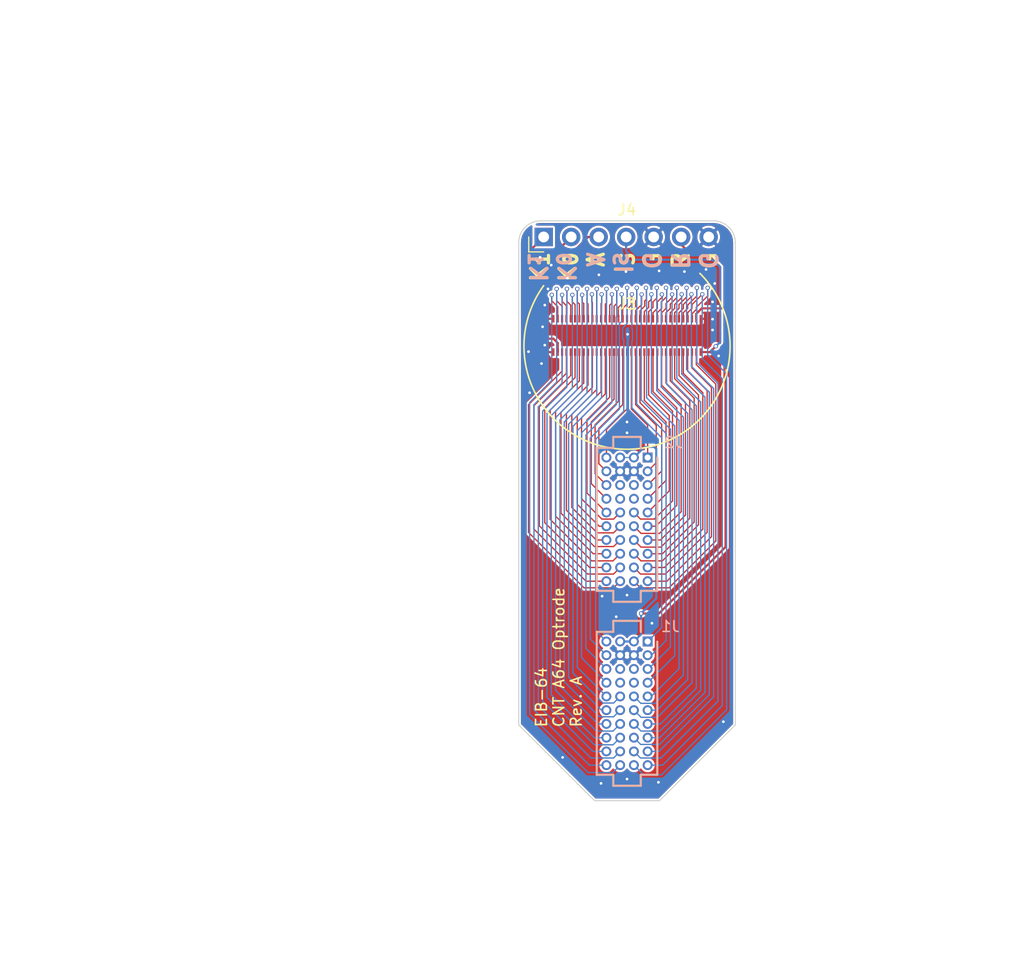
<source format=kicad_pcb>
(kicad_pcb (version 20241229) (generator "pcbnew") (generator_version "9.0")
  (title_block (title "EIB-64: CNT A64 Optrode") (rev "A") (company "Open Ephys, Inc.") (comment 1 "Jonathan P. Newman"))
  (layers (0 "F.Cu" signal) (4 "In1.Cu" signal) (6 "In2.Cu" signal) (2 "B.Cu" signal) (13 "F.Paste" user) (15 "B.Paste" user) (5 "F.SilkS" user "F.Silkscreen") (7 "B.SilkS" user "B.Silkscreen") (1 "F.Mask" user) (3 "B.Mask" user) (25 "Edge.Cuts" user))
  (net 0 "")
  (net 9 "/Istim")
  (net 10 "/Ref")
  (net 11 "/Elec16")
  (net 12 "/Elec0")
  (net 13 "/Elec17")
  (net 14 "/Elec1")
  (net 15 "/Elec18")
  (net 16 "/Elec2")
  (net 17 "/Elec19")
  (net 18 "/Elec3")
  (net 19 "/Elec20")
  (net 20 "/Elec4")
  (net 21 "/Elec21")
  (net 22 "/Elec5")
  (net 23 "/Elec22")
  (net 24 "/Elec6")
  (net 25 "/Elec23")
  (net 26 "/Elec7")
  (net 27 "/Elec24")
  (net 28 "/Elec8")
  (net 29 "/Elec25")
  (net 30 "/Elec9")
  (net 31 "/Elec26")
  (net 32 "/Elec10")
  (net 33 "/Elec27")
  (net 34 "/Elec11")
  (net 35 "/Elec28")
  (net 36 "/Elec12")
  (net 37 "/Elec29")
  (net 38 "/Elec13")
  (net 39 "/Elec30")
  (net 40 "/Elec14")
  (net 41 "/Elec31")
  (net 42 "/Elec15")
  (net 43 "/Elec32")
  (net 44 "/Elec48")
  (net 45 "/Elec33")
  (net 46 "/Elec49")
  (net 47 "/Elec34")
  (net 48 "/Elec50")
  (net 49 "/Elec35")
  (net 50 "/Elec51")
  (net 51 "/Elec36")
  (net 52 "/Elec52")
  (net 53 "/Elec37")
  (net 54 "/Elec53")
  (net 55 "/Elec38")
  (net 56 "/Elec54")
  (net 57 "/Elec39")
  (net 58 "/Elec55")
  (net 59 "/Elec40")
  (net 60 "/Elec56")
  (net 61 "/Elec41")
  (net 62 "/Elec57")
  (net 63 "/Elec42")
  (net 64 "/Elec58")
  (net 65 "/Elec43")
  (net 66 "/Elec59")
  (net 67 "/Elec44")
  (net 68 "/Elec60")
  (net 69 "/Elec45")
  (net 70 "/Elec61")
  (net 71 "/Elec46")
  (net 72 "/Elec62")
  (net 73 "/Elec47")
  (net 74 "/Elec63")
  (net 75 "GND")
  (net 76 "/Vcoax")
  (net 77 "/K0")
  (net 78 "/K1")
  (footprint "LOGO" (layer "F.Cu") (at 143.2 119.5 90)
    (property "Reference" "G***" (hide yes))
    (property "Value" "LOGO" (hide yes))
  )
  (footprint "Connector_PinHeader_2.54mm:PinHeader_1x07_P2.54mm_Vertical" (layer "F.Cu") (at 129.3 77.9 90)
    (property "Reference" "J4")
    (property "Value" "Conn_01x07_Male" (hide yes))
  )
  (footprint "jonnew:HIROSE_DF40C(2.0)-70DS-0.4V(51)" (layer "F.Cu") (at 137 87)
    (property "Reference" "J3")
    (property "Value" "DF40C(2.0)-70DS-0.4V(51)" (hide yes))
  )
  (footprint "jonnew:SAMTEC_FOLC-110-01-S-Q" (layer "B.Cu") (at 137 104 90)
    (property "Reference" "J2")
    (property "Value" "FOLC-110-01-S-Q" (hide yes))
  )
  (footprint "jonnew:SAMTEC_FOLC-110-01-S-Q" (layer "B.Cu") (at 137 121 90)
    (property "Reference" "J1")
    (property "Value" "FOLC-110-01-S-Q")
  )
  (gr_arc (start 143.732385 81.267616) (mid 137.744744 97.491858) (end 129.3 82.4) (stroke (width 0.15)) (layer "F.SilkS"))
  (gr_line (start 147 78.414214) (end 147 123) (stroke (width 0.1)) (layer "Edge.Cuts"))
  (gr_arc (start 145 76.414214) (mid 146.414214 77) (end 147 78.414214) (stroke (width 0.1)) (layer "Edge.Cuts"))
  (gr_arc (start 127 78.414214) (mid 127.585786 77) (end 129 76.414214) (stroke (width 0.1)) (layer "Edge.Cuts"))
  (gr_line (start 127 78.414214) (end 127 123) (stroke (width 0.1)) (layer "Edge.Cuts"))
  (gr_line (start 140 130) (end 134 130) (stroke (width 0.1)) (layer "Edge.Cuts"))
  (gr_line (start 140 130) (end 147 123) (stroke (width 0.1)) (layer "Edge.Cuts"))
  (gr_line (start 129 76.414214) (end 145 76.414214) (stroke (width 0.1)) (layer "Edge.Cuts"))
  (gr_line (start 127 123) (end 134 130) (stroke (width 0.1)) (layer "Edge.Cuts"))
  (gr_text "G" (at 144.6 80.1 90) (layer "F.SilkS") (effects (font (size 1.5 1.5) (thickness 0.3))))
  (gr_text "G" (at 139.366667 80.1 90) (layer "F.SilkS") (effects (font (size 1.5 1.5) (thickness 0.3))))
  (gr_text "I_{S}" (at 136.75 80.308572 90) (layer "F.SilkS") (effects (font (size 1.5 1.5) (thickness 0.3))))
  (gr_text "R" (at 141.983333 80.1 90) (layer "F.SilkS") (effects (font (size 1.5 1.5) (thickness 0.3))))
  (gr_text "K_{0}" (at 131.516667 80.701429 90) (layer "F.SilkS") (effects (font (size 1.5 1.5) (thickness 0.3))))
  (gr_text "EIB-64\nCNT A64 Optrode\nRev. A" (at 130.7 123.3 90) (layer "F.SilkS") (effects (font (size 1 1)) (justify left)))
  (gr_text "K_{1}" (at 128.9 80.701429 90) (layer "F.SilkS") (effects (font (size 1.5 1.5) (thickness 0.3))))
  (gr_text "A" (at 134.133333 79.992857 90) (layer "F.SilkS") (effects (font (size 1.5 1.5) (thickness 0.3))))
  (gr_text "G" (at 139.266667 80.098572 270) (layer "B.SilkS") (effects (font (size 1.5 1.5) (thickness 0.3)) (justify mirror)))
  (gr_text "G" (at 144.5 80.098572 270) (layer "B.SilkS") (effects (font (size 1.5 1.5) (thickness 0.3)) (justify mirror)))
  (gr_text "K_{1}" (at 128.8 80.7 270) (layer "B.SilkS") (effects (font (size 1.5 1.5) (thickness 0.3)) (justify mirror)))
  (gr_text "A" (at 134.033333 79.991429 270) (layer "B.SilkS") (effects (font (size 1.5 1.5) (thickness 0.3)) (justify mirror)))
  (gr_text "K_{0}" (at 131.416667 80.7 270) (layer "B.SilkS") (effects (font (size 1.5 1.5) (thickness 0.3)) (justify mirror)))
  (gr_text "R" (at 141.883333 80.098572 270) (layer "B.SilkS") (effects (font (size 1.5 1.5) (thickness 0.3)) (justify mirror)))
  (gr_text "I_{S}" (at 136.65 80.307143 270) (layer "B.SilkS") (effects (font (size 1.5 1.5) (thickness 0.3)) (justify mirror)))
  (segment (start 144.66 88.54) (end 145.2 88) (width 0.2) (layer "F.Cu") (net 9))
  (segment (start 143.8 88.54) (end 144.66 88.54) (width 0.2) (layer "F.Cu") (net 9))
  (via (at 145.2 88) (size 0.4) (drill 0.25) (layers "F.Cu" "B.Cu") (net 9))
  (segment (start 136.92 77.9) (end 136.92 79.22) (width 0.2) (layer "B.Cu") (net 9))
  (segment (start 144.9 80) (end 145.6 80.7) (width 0.2) (layer "B.Cu") (net 9))
  (segment (start 145.6 87.6) (end 145.2 88) (width 0.2) (layer "B.Cu") (net 9))
  (segment (start 136.92 79.22) (end 137.7 80) (width 0.2) (layer "B.Cu") (net 9))
  (segment (start 137.7 80) (end 144.9 80) (width 0.2) (layer "B.Cu") (net 9))
  (segment (start 145.6 80.7) (end 145.6 87.6) (width 0.2) (layer "B.Cu") (net 9))
  (segment (start 144.8 79.3) (end 142.7 79.3) (width 0.2) (layer "F.Cu") (net 10))
  (segment (start 142.7 79.3) (end 142 78.6) (width 0.2) (layer "F.Cu") (net 10))
  (segment (start 143.9 84.5) (end 144.7 84.5) (width 0.2) (layer "F.Cu") (net 10))
  (segment (start 143.4 85) (end 143.9 84.5) (width 0.2) (layer "F.Cu") (net 10))
  (segment (start 146.1 91) (end 146.1 106.55) (width 0.2) (layer "F.Cu") (net 10))
  (segment (start 146 84.5) (end 146 80.5) (width 0.2) (layer "F.Cu") (net 10))
  (segment (start 146 90.9) (end 146.1 91) (width 0.2) (layer "F.Cu") (net 10))
  (segment (start 143.4 85.46) (end 143.4 85) (width 0.2) (layer "F.Cu") (net 10))
  (segment (start 142 78.6) (end 142 77.9) (width 0.2) (layer "F.Cu") (net 10))
  (segment (start 144.7 84.5) (end 146 84.5) (width 0.2) (layer "F.Cu") (net 10))
  (segment (start 146 86) (end 146 90.9) (width 0.2) (layer "F.Cu") (net 10))
  (segment (start 146.1 106.55) (end 139.95 112.7) (width 0.2) (layer "F.Cu") (net 10))
  (segment (start 146 80.5) (end 144.8 79.3) (width 0.2) (layer "F.Cu") (net 10))
  (segment (start 139.95 112.7) (end 138.3 112.7) (width 0.2) (layer "F.Cu") (net 10))
  (segment (start 146 86) (end 146 84.5) (width 0.2) (layer "F.Cu") (net 10))
  (via (at 138.3 112.7) (size 0.4) (drill 0.25) (layers "F.Cu" "B.Cu") (net 10))
  (segment (start 139.7 111.3) (end 139.7 97.5) (width 0.2) (layer "B.Cu") (net 10))
  (segment (start 138.3 112.7) (end 139.7 111.3) (width 0.2) (layer "B.Cu") (net 10))
  (segment (start 139.7 97.5) (end 139.5 97.3) (width 0.2) (layer "B.Cu") (net 10))
  (segment (start 136.365 115.285) (end 137.635 115.285) (width 0.2) (layer "B.Cu") (net 10))
  (segment (start 138.300479 114.619521) (end 137.635 115.285) (width 0.2) (layer "B.Cu") (net 10))
  (segment (start 139.5 97.3) (end 138.62 97.3) (width 0.2) (layer "B.Cu") (net 10))
  (segment (start 138.62 97.3) (end 137.635 98.285) (width 0.2) (layer "B.Cu") (net 10))
  (segment (start 136.365 98.285) (end 137.635 98.285) (width 0.09) (layer "B.Cu") (net 10))
  (segment (start 138.300479 112.700479) (end 138.3 112.7) (width 0.2) (layer "B.Cu") (net 10))
  (segment (start 138.300479 114.619521) (end 138.300479 112.700479) (width 0.2) (layer "B.Cu") (net 10))
  (segment (start 137.635 104.635) (end 138.295479 105.295479) (width 0.12) (layer "F.Cu") (net 11))
  (segment (start 140.2 91.6) (end 140.2 88.54) (width 0.12) (layer "F.Cu") (net 11))
  (segment (start 142 93.4) (end 140.2 91.6) (width 0.12) (layer "F.Cu") (net 11))
  (segment (start 139.995479 105.295479) (end 142 103.290958) (width 0.12) (layer "F.Cu") (net 11))
  (segment (start 138.295479 105.295479) (end 139.995479 105.295479) (width 0.12) (layer "F.Cu") (net 11))
  (segment (start 142 103.290958) (end 142 93.4) (width 0.12) (layer "F.Cu") (net 11))
  (segment (start 143.4 88.54) (end 143.4 89.7) (width 0.12) (layer "F.Cu") (net 12))
  (segment (start 145.2 106) (end 140.875479 110.324521) (width 0.12) (layer "F.Cu") (net 12))
  (segment (start 145.2 91.5) (end 145.2 106) (width 0.12) (layer "F.Cu") (net 12))
  (segment (start 143.4 89.7) (end 145.2 91.5) (width 0.12) (layer "F.Cu") (net 12))
  (segment (start 140.875479 110.324521) (end 138.244521 110.324521) (width 0.12) (layer "F.Cu") (net 12))
  (segment (start 138.244521 110.324521) (end 137.635 109.715) (width 0.12) (layer "F.Cu") (net 12))
  (segment (start 139.8 85.46) (end 139.8 84.9) (width 0.12) (layer "F.Cu") (net 13))
  (segment (start 140.2 84.5) (end 140.2 83.879123) (width 0.12) (layer "F.Cu") (net 13))
  (segment (start 140.659501 82.659501) (end 140.6 82.6) (width 0.12) (layer "F.Cu") (net 13))
  (segment (start 140.2 83.879123) (end 140.659501 83.419622) (width 0.12) (layer "F.Cu") (net 13))
  (segment (start 140.659501 83.419622) (end 140.659501 82.659501) (width 0.12) (layer "F.Cu") (net 13))
  (segment (start 139.8 84.9) (end 140.2 84.5) (width 0.12) (layer "F.Cu") (net 13))
  (via (at 140.6 82.6) (size 0.4) (drill 0.25) (layers "F.Cu" "B.Cu") (net 13))
  (segment (start 140.659501 83.078259) (end 140.659501 82.659501) (width 0.12) (layer "B.Cu") (net 13))
  (segment (start 140.659501 91.509501) (end 140.659501 83.421741) (width 0.12) (layer "B.Cu") (net 13))
  (segment (start 140.659501 82.659501) (end 140.6 82.6) (width 0.12) (layer "B.Cu") (net 13))
  (segment (start 139.809521 122.295479) (end 143.005 119.1) (width 0.12) (layer "B.Cu") (net 13))
  (segment (start 138.300479 122.295479) (end 139.809521 122.295479) (width 0.12) (layer "B.Cu") (net 13))
  (segment (start 137.64 121.635) (end 138.300479 122.295479) (width 0.12) (layer "B.Cu") (net 13))
  (segment (start 140.661 83.420242) (end 140.661 83.079758) (width 0.12) (layer "B.Cu") (net 13))
  (segment (start 143.005 119.1) (end 143.005 93.855) (width 0.12) (layer "B.Cu") (net 13))
  (segment (start 140.659501 83.421741) (end 140.661 83.420242) (width 0.12) (layer "B.Cu") (net 13))
  (segment (start 143.005 93.855) (end 140.659501 91.509501) (width 0.12) (layer "B.Cu") (net 13))
  (segment (start 140.661 83.079758) (end 140.659501 83.078259) (width 0.12) (layer "B.Cu") (net 13))
  (segment (start 143.4 84.4) (end 143.4 84.6) (width 0.12) (layer "F.Cu") (net 14))
  (segment (start 144.45 83.35) (end 143.4 84.4) (width 0.12) (layer "F.Cu") (net 14))
  (segment (start 144.45 82.6) (end 144.45 83.35) (width 0.12) (layer "F.Cu") (net 14))
  (segment (start 143 85.46) (end 143 85) (width 0.12) (layer "F.Cu") (net 14))
  (segment (start 143 85) (end 143.4 84.6) (width 0.12) (layer "F.Cu") (net 14))
  (via (at 144.45 82.6) (size 0.4) (drill 0.25) (layers "F.Cu" "B.Cu") (net 14))
  (segment (start 138.52 127.6) (end 140.2 127.6) (width 0.12) (layer "B.Cu") (net 14))
  (segment (start 146.2 121.6) (end 146.2 90.55) (width 0.12) (layer "B.Cu") (net 14))
  (segment (start 144.45 88.8) (end 144.45 82.6) (width 0.12) (layer "B.Cu") (net 14))
  (segment (start 137.635 126.715) (end 138.52 127.6) (width 0.12) (layer "B.Cu") (net 14))
  (segment (start 140.2 127.6) (end 146.2 121.6) (width 0.12) (layer "B.Cu") (net 14))
  (segment (start 146.2 90.55) (end 144.45 88.8) (width 0.12) (layer "B.Cu") (net 14))
  (segment (start 139.8 91.9) (end 141.6 93.7) (width 0.12) (layer "F.Cu") (net 15))
  (segment (start 141.6 93.7) (end 141.6 102.7) (width 0.12) (layer "F.Cu") (net 15))
  (segment (start 141.6 102.7) (end 139.665 104.635) (width 0.12) (layer "F.Cu") (net 15))
  (segment (start 139.8 88.54) (end 139.8 91.9) (width 0.12) (layer "F.Cu") (net 15))
  (segment (start 139.665 104.635) (end 138.905 104.635) (width 0.12) (layer "F.Cu") (net 15))
  (segment (start 144.8 91.8) (end 144.8 105.6) (width 0.12) (layer "F.Cu") (net 16))
  (segment (start 144.8 105.6) (end 140.685 109.715) (width 0.12) (layer "F.Cu") (net 16))
  (segment (start 143 90) (end 144.8 91.8) (width 0.12) (layer "F.Cu") (net 16))
  (segment (start 143 88.54) (end 143 90) (width 0.12) (layer "F.Cu") (net 16))
  (segment (start 140.685 109.715) (end 138.905 109.715) (width 0.12) (layer "F.Cu") (net 16))
  (segment (start 139.8 84.5) (end 139.4 84.9) (width 0.12) (layer "F.Cu") (net 17))
  (segment (start 139.8 83.9) (end 139.8 84.5) (width 0.12) (layer "F.Cu") (net 17))
  (segment (start 140.25 83.24) (end 140.25 83.45) (width 0.12) (layer "F.Cu") (net 17))
  (segment (start 140.22 83.21) (end 140.25 83.24) (width 0.12) (layer "F.Cu") (net 17))
  (segment (start 140.25 83.45) (end 139.8 83.9) (width 0.12) (layer "F.Cu") (net 17))
  (segment (start 139.4 84.9) (end 139.4 85.46) (width 0.12) (layer "F.Cu") (net 17))
  (via (at 140.22 83.21) (size 0.4) (drill 0.25) (layers "F.Cu" "B.Cu") (net 17))
  (segment (start 139.77 121.635) (end 138.91 121.635) (width 0.12) (layer "B.Cu") (net 17))
  (segment (start 140.161407 91.761407) (end 142.605 94.205) (width 0.12) (layer "B.Cu") (net 17))
  (segment (start 140.161407 83.911407) (end 140.161407 91.761407) (width 0.12) (layer "B.Cu") (net 17))
  (segment (start 142.605 94.205) (end 142.605 118.8) (width 0.12) (layer "B.Cu") (net 17))
  (segment (start 140.25 83.24) (end 140.25 83.822814) (width 0.12) (layer "B.Cu") (net 17))
  (segment (start 140.25 83.822814) (end 140.161407 83.911407) (width 0.12) (layer "B.Cu") (net 17))
  (segment (start 140.22 83.21) (end 140.25 83.24) (width 0.12) (layer "B.Cu") (net 17))
  (segment (start 142.605 118.8) (end 139.77 121.635) (width 0.12) (layer "B.Cu") (net 17))
  (segment (start 143 84.15) (end 143 84.5) (width 0.12) (layer "F.Cu") (net 18))
  (segment (start 142.6 84.9) (end 143 84.5) (width 0.12) (layer "F.Cu") (net 18))
  (segment (start 142.6 85.46) (end 142.6 84.9) (width 0.12) (layer "F.Cu") (net 18))
  (segment (start 143.95 83.2) (end 143 84.15) (width 0.12) (layer "F.Cu") (net 18))
  (via (at 143.95 83.2) (size 0.4) (drill 0.25) (layers "F.Cu" "B.Cu") (net 18))
  (segment (start 140.285 126.715) (end 145.8 121.2) (width 0.12) (layer "B.Cu") (net 18))
  (segment (start 145.8 91) (end 143.95 89.15) (width 0.12) (layer "B.Cu") (net 18))
  (segment (start 143.95 89.15) (end 143.95 83.2) (width 0.12) (layer "B.Cu") (net 18))
  (segment (start 145.8 121.2) (end 145.8 91) (width 0.12) (layer "B.Cu") (net 18))
  (segment (start 138.905 126.715) (end 140.285 126.715) (width 0.12) (layer "B.Cu") (net 18))
  (segment (start 139.529 103.971) (end 138.241 103.971) (width 0.12) (layer "F.Cu") (net 19))
  (segment (start 141.2 102.3) (end 139.529 103.971) (width 0.12) (layer "F.Cu") (net 19))
  (segment (start 138.241 103.971) (end 137.635 103.365) (width 0.12) (layer "F.Cu") (net 19))
  (segment (start 141.2 94) (end 141.2 102.3) (width 0.12) (layer "F.Cu") (net 19))
  (segment (start 139.4 92.2) (end 141.2 94) (width 0.12) (layer "F.Cu") (net 19))
  (segment (start 139.4 88.54) (end 139.4 92.2) (width 0.12) (layer "F.Cu") (net 19))
  (segment (start 142.6 88.54) (end 142.6 90.3) (width 0.12) (layer "F.Cu") (net 20))
  (segment (start 140.545479 109.054521) (end 144.4 105.2) (width 0.12) (layer "F.Cu") (net 20))
  (segment (start 138.244521 109.054521) (end 140.545479 109.054521) (width 0.12) (layer "F.Cu") (net 20))
  (segment (start 144.4 92.1) (end 144.4 105.2) (width 0.12) (layer "F.Cu") (net 20))
  (segment (start 137.635 108.445) (end 138.244521 109.054521) (width 0.12) (layer "F.Cu") (net 20))
  (segment (start 142.6 90.3) (end 144.4 92.1) (width 0.12) (layer "F.Cu") (net 20))
  (segment (start 139.4 83.9) (end 139.4 84.4) (width 0.12) (layer "F.Cu") (net 21))
  (segment (start 139 84.8) (end 139.4 84.4) (width 0.12) (layer "F.Cu") (net 21))
  (segment (start 139.75 83.55) (end 139.4 83.9) (width 0.12) (layer "F.Cu") (net 21))
  (segment (start 139 85.46) (end 139 84.8) (width 0.12) (layer "F.Cu") (net 21))
  (segment (start 139.75 82.6) (end 139.75 83.55) (width 0.12) (layer "F.Cu") (net 21))
  (via (at 139.75 82.6) (size 0.4) (drill 0.25) (layers "F.Cu" "B.Cu") (net 21))
  (segment (start 139.75 92.1) (end 139.75 82.6) (width 0.12) (layer "B.Cu") (net 21))
  (segment (start 142.205 118.4) (end 142.205 94.555) (width 0.12) (layer "B.Cu") (net 21))
  (segment (start 139.605 121) (end 142.205 118.4) (width 0.12) (layer "B.Cu") (net 21))
  (segment (start 138.275 121) (end 139.605 121) (width 0.12) (layer "B.Cu") (net 21))
  (segment (start 137.64 120.365) (end 138.275 121) (width 0.12) (layer "B.Cu") (net 21))
  (segment (start 142.205 94.555) (end 139.75 92.1) (width 0.12) (layer "B.Cu") (net 21))
  (segment (start 143.45 82.6) (end 143.45 83.35) (width 0.12) (layer "F.Cu") (net 22))
  (segment (start 143.45 83.35) (end 142.6 84.2) (width 0.12) (layer "F.Cu") (net 22))
  (segment (start 142.2 84.9) (end 142.6 84.5) (width 0.12) (layer "F.Cu") (net 22))
  (segment (start 142.6 84.2) (end 142.6 84.5) (width 0.12) (layer "F.Cu") (net 22))
  (segment (start 142.2 85.46) (end 142.2 84.9) (width 0.12) (layer "F.Cu") (net 22))
  (via (at 143.45 82.6) (size 0.4) (drill 0.25) (layers "F.Cu" "B.Cu") (net 22))
  (segment (start 137.635 125.445) (end 138.244521 126.054521) (width 0.12) (layer "B.Cu") (net 22))
  (segment (start 140.145479 126.054521) (end 145.4 120.8) (width 0.12) (layer "B.Cu") (net 22))
  (segment (start 138.244521 126.054521) (end 140.145479 126.054521) (width 0.12) (layer "B.Cu") (net 22))
  (segment (start 145.4 91.45) (end 143.45 89.5) (width 0.12) (layer "B.Cu") (net 22))
  (segment (start 145.4 120.8) (end 145.4 91.45) (width 0.12) (layer "B.Cu") (net 22))
  (segment (start 143.45 89.5) (end 143.45 82.6) (width 0.12) (layer "B.Cu") (net 22))
  (segment (start 139 88.54) (end 139 92.502401) (width 0.12) (layer "F.Cu") (net 23))
  (segment (start 140.9 101.37) (end 138.905 103.365) (width 0.12) (layer "F.Cu") (net 23))
  (segment (start 139 92.502401) (end 140.9 94.402401) (width 0.12) (layer "F.Cu") (net 23))
  (segment (start 140.9 94.402401) (end 140.9 101.37) (width 0.12) (layer "F.Cu") (net 23))
  (segment (start 140.455 108.445) (end 138.905 108.445) (width 0.12) (layer "F.Cu") (net 24))
  (segment (start 142.2 88.54) (end 142.2 90.5) (width 0.12) (layer "F.Cu") (net 24))
  (segment (start 142.2 90.5) (end 144 92.3) (width 0.12) (layer "F.Cu") (net 24))
  (segment (start 144 92.3) (end 144 104.9) (width 0.12) (layer "F.Cu") (net 24))
  (segment (start 144 104.9) (end 140.455 108.445) (width 0.12) (layer "F.Cu") (net 24))
  (segment (start 139 84.4) (end 139 83.9) (width 0.12) (layer "F.Cu") (net 25))
  (segment (start 138.6 84.8) (end 139 84.4) (width 0.12) (layer "F.Cu") (net 25))
  (segment (start 139.25 83.65) (end 139.25 83.2) (width 0.12) (layer "F.Cu") (net 25))
  (segment (start 138.6 85.46) (end 138.6 84.8) (width 0.12) (layer "F.Cu") (net 25))
  (segment (start 139 83.9) (end 139.25 83.65) (width 0.12) (layer "F.Cu") (net 25))
  (via (at 139.25 83.2) (size 0.4) (drill 0.25) (layers "F.Cu" "B.Cu") (net 25))
  (segment (start 139.25 92.3) (end 139.25 83.2) (width 0.12) (layer "B.Cu") (net 25))
  (segment (start 139.24 120.365) (end 141.805 117.8) (width 0.12) (layer "B.Cu") (net 25))
  (segment (start 141.805 117.8) (end 141.805 94.855) (width 0.12) (layer "B.Cu") (net 25))
  (segment (start 141.805 94.855) (end 139.25 92.3) (width 0.12) (layer "B.Cu") (net 25))
  (segment (start 142.95 83.2) (end 142.95 83.4) (width 0.12) (layer "F.Cu") (net 26))
  (segment (start 141.8 84.9) (end 142.2 84.5) (width 0.12) (layer "F.Cu") (net 26))
  (segment (start 142.95 83.4) (end 142.2 84.15) (width 0.12) (layer "F.Cu") (net 26))
  (segment (start 142.2 84.5) (end 142.2 84.15) (width 0.12) (layer "F.Cu") (net 26))
  (segment (start 141.8 85.46) (end 141.8 84.9) (width 0.12) (layer "F.Cu") (net 26))
  (via (at 142.95 83.2) (size 0.4) (drill 0.25) (layers "F.Cu" "B.Cu") (net 26))
  (segment (start 138.905 125.445) (end 139.955 125.445) (width 0.12) (layer "B.Cu") (net 26))
  (segment (start 139.955 125.445) (end 145 120.4) (width 0.12) (layer "B.Cu") (net 26))
  (segment (start 145 120.4) (end 145 91.9) (width 0.12) (layer "B.Cu") (net 26))
  (segment (start 145 91.9) (end 142.95 89.85) (width 0.12) (layer "B.Cu") (net 26))
  (segment (start 142.95 89.85) (end 142.95 83.2) (width 0.12) (layer "B.Cu") (net 26))
  (segment (start 140.6 95) (end 140.6 100.4) (width 0.12) (layer "F.Cu") (net 27))
  (segment (start 138.6 88.54) (end 138.6 93) (width 0.12) (layer "F.Cu") (net 27))
  (segment (start 140.6 100.4) (end 138.905 102.095) (width 0.12) (layer "F.Cu") (net 27))
  (segment (start 138.6 93) (end 140.6 95) (width 0.12) (layer "F.Cu") (net 27))
  (segment (start 137.635 107.175) (end 138.295479 107.835479) (width 0.12) (layer "F.Cu") (net 28))
  (segment (start 141.8 90.7) (end 141.8 88.54) (width 0.12) (layer "F.Cu") (net 28))
  (segment (start 143.6 92.5) (end 141.8 90.7) (width 0.12) (layer "F.Cu") (net 28))
  (segment (start 143.6 104.5) (end 143.6 92.5) (width 0.12) (layer "F.Cu") (net 28))
  (segment (start 138.295479 107.835479) (end 140.264521 107.835479) (width 0.12) (layer "F.Cu") (net 28))
  (segment (start 140.264521 107.835479) (end 143.6 104.5) (width 0.12) (layer "F.Cu") (net 28))
  (segment (start 138.809501 82.659501) (end 138.75 82.6) (width 0.12) (layer "F.Cu") (net 29))
  (segment (start 138.2 84.725) (end 138.2 85.46) (width 0.12) (layer "F.Cu") (net 29))
  (segment (start 138.6425 83.8075) (end 138.6425 84.2825) (width 0.12) (layer "F.Cu") (net 29))
  (segment (start 138.6425 84.2825) (end 138.2 84.725) (width 0.12) (layer "F.Cu") (net 29))
  (segment (start 138.786 83.664) (end 138.6425 83.8075) (width 0.12) (layer "F.Cu") (net 29))
  (segment (start 138.786 82.636) (end 138.786 83.664) (width 0.12) (layer "F.Cu") (net 29))
  (segment (start 138.75 82.6) (end 138.786 82.636) (width 0.12) (layer "F.Cu") (net 29))
  (via (at 138.75 82.6) (size 0.4) (drill 0.25) (layers "F.Cu" "B.Cu") (net 29))
  (segment (start 141.405 116.6) (end 141.405 95.355) (width 0.12) (layer "B.Cu") (net 29))
  (segment (start 138.809501 92.759501) (end 138.809501 82.659501) (width 0.12) (layer "B.Cu") (net 29))
  (segment (start 138.809501 82.659501) (end 138.75 82.6) (width 0.12) (layer "B.Cu") (net 29))
  (segment (start 138.91 119.095) (end 141.405 116.6) (width 0.12) (layer "B.Cu") (net 29))
  (segment (start 141.405 95.355) (end 138.809501 92.759501) (width 0.12) (layer "B.Cu") (net 29))
  (segment (start 141.4 85.46) (end 141.4 84.9) (width 0.12) (layer "F.Cu") (net 30))
  (segment (start 142.5 83.45) (end 141.8 84.15) (width 0.12) (layer "F.Cu") (net 30))
  (segment (start 142.5 82.6) (end 142.5 83.45) (width 0.12) (layer "F.Cu") (net 30))
  (segment (start 141.4 84.9) (end 141.8 84.5) (width 0.12) (layer "F.Cu") (net 30))
  (segment (start 141.8 84.15) (end 141.8 84.5) (width 0.12) (layer "F.Cu") (net 30))
  (via (at 142.5 82.6) (size 0.4) (drill 0.25) (layers "F.Cu" "B.Cu") (net 30))
  (segment (start 140 124.8) (end 144.6 120.2) (width 0.12) (layer "B.Cu") (net 30))
  (segment (start 142.5 90.15) (end 142.5 82.6) (width 0.12) (layer "B.Cu") (net 30))
  (segment (start 144.6 92.25) (end 142.5 90.15) (width 0.12) (layer "B.Cu") (net 30))
  (segment (start 138.26 124.8) (end 140 124.8) (width 0.12) (layer "B.Cu") (net 30))
  (segment (start 137.635 124.175) (end 138.26 124.8) (width 0.12) (layer "B.Cu") (net 30))
  (segment (start 144.6 120.2) (end 144.6 92.25) (width 0.12) (layer "B.Cu") (net 30))
  (segment (start 138.2 88.54) (end 138.2 93.216557) (width 0.12) (layer "F.Cu") (net 31))
  (segment (start 140.2 99.53) (end 138.905 100.825) (width 0.12) (layer "F.Cu") (net 31))
  (segment (start 138.2 93.216557) (end 140.2 95.216557) (width 0.12) (layer "F.Cu") (net 31))
  (segment (start 140.2 95.216557) (end 140.2 99.53) (width 0.12) (layer "F.Cu") (net 31))
  (segment (start 140.275 107.175) (end 143.2 104.25) (width 0.12) (layer "F.Cu") (net 32))
  (segment (start 143.2 92.8) (end 141.4 91) (width 0.12) (layer "F.Cu") (net 32))
  (segment (start 141.4 91) (end 141.4 88.54) (width 0.12) (layer "F.Cu") (net 32))
  (segment (start 138.905 107.175) (end 140.275 107.175) (width 0.12) (layer "F.Cu") (net 32))
  (segment (start 143.2 104.25) (end 143.2 92.8) (width 0.12) (layer "F.Cu") (net 32))
  (segment (start 137.8 84.7) (end 138.35 84.15) (width 0.12) (layer "F.Cu") (net 33))
  (segment (start 138.35 84.15) (end 138.35 83.21) (width 0.12) (layer "F.Cu") (net 33))
  (segment (start 137.8 85.46) (end 137.8 84.7) (width 0.12) (layer "F.Cu") (net 33))
  (via (at 138.35 83.21) (size 0.4) (drill 0.25) (layers "F.Cu" "B.Cu") (net 33))
  (segment (start 138.309538 83.250462) (end 138.35 83.21) (width 0.12) (layer "B.Cu") (net 33))
  (segment (start 138.98 117.825) (end 141.005 115.8) (width 0.12) (layer "B.Cu") (net 33))
  (segment (start 141.005 115.8) (end 141.005 95.655) (width 0.12) (layer "B.Cu") (net 33))
  (segment (start 138.309538 92.959538) (end 138.309538 84.1) (width 0.12) (layer "B.Cu") (net 33))
  (segment (start 138.309538 84.1) (end 138.309538 83.250462) (width 0.12) (layer "B.Cu") (net 33))
  (segment (start 141.005 95.655) (end 138.309538 92.959538) (width 0.12) (layer "B.Cu") (net 33))
  (segment (start 141 84.9) (end 141.4 84.5) (width 0.12) (layer "F.Cu") (net 34))
  (segment (start 141.4 84.15) (end 141.4 84.5) (width 0.12) (layer "F.Cu") (net 34))
  (segment (start 142.05 83.2) (end 142.05 83.5) (width 0.12) (layer "F.Cu") (net 34))
  (segment (start 141 85.46) (end 141 84.9) (width 0.12) (layer "F.Cu") (net 34))
  (segment (start 142.05 83.5) (end 141.4 84.15) (width 0.12) (layer "F.Cu") (net 34))
  (via (at 142.05 83.2) (size 0.4) (drill 0.25) (layers "F.Cu" "B.Cu") (net 34))
  (segment (start 138.905 124.175) (end 140.025 124.175) (width 0.12) (layer "B.Cu") (net 34))
  (segment (start 140.025 124.175) (end 144.2 120) (width 0.12) (layer "B.Cu") (net 34))
  (segment (start 144.2 92.7) (end 142.05 90.55) (width 0.12) (layer "B.Cu") (net 34))
  (segment (start 142.05 90.55) (end 142.05 83.2) (width 0.12) (layer "B.Cu") (net 34))
  (segment (start 144.2 120) (end 144.2 92.7) (width 0.12) (layer "B.Cu") (net 34))
  (segment (start 137.8 88.54) (end 137.8 93.4) (width 0.12) (layer "F.Cu") (net 35))
  (segment (start 139.7 95.3) (end 139.7 98.76) (width 0.12) (layer "F.Cu") (net 35))
  (segment (start 137.8 93.4) (end 139.7 95.3) (width 0.12) (layer "F.Cu") (net 35))
  (segment (start 139.7 98.76) (end 138.905 99.555) (width 0.12) (layer "F.Cu") (net 35))
  (segment (start 142.8 93) (end 141 91.2) (width 0.12) (layer "F.Cu") (net 36))
  (segment (start 137.635 105.905) (end 138.295479 106.565479) (width 0.12) (layer "F.Cu") (net 36))
  (segment (start 138.295479 106.565479) (end 140.134521 106.565479) (width 0.12) (layer "F.Cu") (net 36))
  (segment (start 142.8 103.9) (end 142.8 93) (width 0.12) (layer "F.Cu") (net 36))
  (segment (start 140.134521 106.565479) (end 142.8 103.9) (width 0.12) (layer "F.Cu") (net 36))
  (segment (start 141 91.2) (end 141 88.54) (width 0.12) (layer "F.Cu") (net 36))
  (segment (start 137.9 82.6) (end 137.9 83.7) (width 0.12) (layer "F.Cu") (net 37))
  (segment (start 137.8 83.8) (end 137.8 84.3) (width 0.12) (layer "F.Cu") (net 37))
  (segment (start 137.4 84.7) (end 137.8 84.3) (width 0.12) (layer "F.Cu") (net 37))
  (segment (start 137.4 85.46) (end 137.4 84.7) (width 0.12) (layer "F.Cu") (net 37))
  (segment (start 137.9 83.7) (end 137.8 83.8) (width 0.12) (layer "F.Cu") (net 37))
  (via (at 137.9 82.6) (size 0.4) (drill 0.25) (layers "F.Cu" "B.Cu") (net 37))
  (segment (start 137.9 93.35) (end 137.9 82.6) (width 0.12) (layer "B.Cu") (net 37))
  (segment (start 139.25 116.555) (end 140.605 115.2) (width 0.12) (layer "B.Cu") (net 37))
  (segment (start 140.605 115.2) (end 140.605 96.055) (width 0.12) (layer "B.Cu") (net 37))
  (segment (start 140.605 96.055) (end 137.9 93.35) (width 0.12) (layer "B.Cu") (net 37))
  (segment (start 141 84.1) (end 141 84.5) (width 0.12) (layer "F.Cu") (net 38))
  (segment (start 141.6 82.6) (end 141.6 83.5) (width 0.12) (layer "F.Cu") (net 38))
  (segment (start 141.6 83.5) (end 141 84.1) (width 0.12) (layer "F.Cu") (net 38))
  (segment (start 140.6 85.46) (end 140.6 84.9) (width 0.12) (layer "F.Cu") (net 38))
  (segment (start 140.6 84.9) (end 141 84.5) (width 0.12) (layer "F.Cu") (net 38))
  (via (at 141.6 82.6) (size 0.4) (drill 0.25) (layers "F.Cu" "B.Cu") (net 38))
  (segment (start 141.6 90.95) (end 141.6 82.6) (width 0.12) (layer "B.Cu") (net 38))
  (segment (start 138.295479 123.565479) (end 140.034521 123.565479) (width 0.12) (layer "B.Cu") (net 38))
  (segment (start 143.8 119.8) (end 143.8 93.15) (width 0.12) (layer "B.Cu") (net 38))
  (segment (start 143.8 93.15) (end 141.6 90.95) (width 0.12) (layer "B.Cu") (net 38))
  (segment (start 137.635 122.905) (end 138.295479 123.565479) (width 0.12) (layer "B.Cu") (net 38))
  (segment (start 140.034521 123.565479) (end 143.8 119.8) (width 0.12) (layer "B.Cu") (net 38))
  (segment (start 137.4 93.8) (end 137.4 88.54) (width 0.12) (layer "F.Cu") (net 39))
  (segment (start 138.905 95.305) (end 137.4 93.8) (width 0.12) (layer "F.Cu") (net 39))
  (segment (start 138.905 98.285) (end 138.905 95.305) (width 0.12) (layer "F.Cu") (net 39))
  (segment (start 138.905 105.905) (end 140.095 105.905) (width 0.12) (layer "F.Cu") (net 40))
  (segment (start 140.6 91.4) (end 140.6 88.54) (width 0.12) (layer "F.Cu") (net 40))
  (segment (start 142.4 103.6) (end 142.4 93.2) (width 0.12) (layer "F.Cu") (net 40))
  (segment (start 140.095 105.905) (end 142.4 103.6) (width 0.12) (layer "F.Cu") (net 40))
  (segment (start 142.4 93.2) (end 140.6 91.4) (width 0.12) (layer "F.Cu") (net 40))
  (segment (start 137 85.46) (end 137 84.6) (width 0.12) (layer "F.Cu") (net 41))
  (segment (start 137.45 83.2) (end 137.4 83.25) (width 0.12) (layer "F.Cu") (net 41))
  (segment (start 137 84.6) (end 137.4 84.2) (width 0.12) (layer "F.Cu") (net 41))
  (segment (start 137.4 83.25) (end 137.4 84.2) (width 0.12) (layer "F.Cu") (net 41))
  (via (at 137.45 83.2) (size 0.4) (drill 0.25) (layers "F.Cu" "B.Cu") (net 41))
  (segment (start 137.507 87.441) (end 137.45 87.498) (width 0.12) (layer "B.Cu") (net 41))
  (segment (start 140.205 96.455) (end 140.205 113.995) (width 0.12) (layer "B.Cu") (net 41))
  (segment (start 137.45 86.398) (end 137.507 86.455) (width 0.12) (layer "B.Cu") (net 41))
  (segment (start 137.45 93.7) (end 140.205 96.455) (width 0.12) (layer "B.Cu") (net 41))
  (segment (start 137.45 87.498) (end 137.45 93.7) (width 0.12) (layer "B.Cu") (net 41))
  (segment (start 137.45 83.2) (end 137.45 86.398) (width 0.12) (layer "B.Cu") (net 41))
  (segment (start 137.507 86.455) (end 137.507 87.441) (width 0.12) (layer "B.Cu") (net 41))
  (segment (start 140.205 113.995) (end 138.915 115.285) (width 0.12) (layer "B.Cu") (net 41))
  (segment (start 140.2 84.9) (end 140.6 84.5) (width 0.12) (layer "F.Cu") (net 42))
  (segment (start 140.6 84.5) (end 140.6 84.05) (width 0.12) (layer "F.Cu") (net 42))
  (segment (start 140.2 85.46) (end 140.2 84.9) (width 0.12) (layer "F.Cu") (net 42))
  (segment (start 141.16 83.49) (end 141.16 83.21) (width 0.12) (layer "F.Cu") (net 42))
  (segment (start 140.6 84.05) (end 141.16 83.49) (width 0.12) (layer "F.Cu") (net 42))
  (via (at 141.16 83.21) (size 0.4) (drill 0.25) (layers "F.Cu" "B.Cu") (net 42))
  (segment (start 141.16 91.26) (end 141.16 83.21) (width 0.12) (layer "B.Cu") (net 42))
  (segment (start 143.4 93.5) (end 141.16 91.26) (width 0.12) (layer "B.Cu") (net 42))
  (segment (start 143.4 119.6) (end 143.4 93.5) (width 0.12) (layer "B.Cu") (net 42))
  (segment (start 138.905 122.905) (end 140.095 122.905) (width 0.12) (layer "B.Cu") (net 42))
  (segment (start 140.095 122.905) (end 143.4 119.6) (width 0.12) (layer "B.Cu") (net 42))
  (segment (start 137 93.79) (end 137 88.54) (width 0.12) (layer "F.Cu") (net 43))
  (segment (start 135.1 98.295) (end 135.1 95.69) (width 0.12) (layer "F.Cu") (net 43))
  (segment (start 135.1 95.69) (end 137 93.79) (width 0.12) (layer "F.Cu") (net 43))
  (segment (start 133.8 91.8) (end 131.4 94.2) (width 0.12) (layer "F.Cu") (net 44))
  (segment (start 133.8 88.54) (end 133.8 91.8) (width 0.12) (layer "F.Cu") (net 44))
  (segment (start 134.155 105.905) (end 135.095 105.905) (width 0.12) (layer "F.Cu") (net 44))
  (segment (start 131.4 103.15) (end 134.155 105.905) (width 0.12) (layer "F.Cu") (net 44))
  (segment (start 131.4 94.2) (end 131.4 103.15) (width 0.12) (layer "F.Cu") (net 44))
  (segment (start 136.6 84.505) (end 137.005 84.1) (width 0.12) (layer "F.Cu") (net 45))
  (segment (start 137.005 82.6) (end 137.005 84.1) (width 0.12) (layer "F.Cu") (net 45))
  (segment (start 136.6 85.46) (end 136.6 84.505) (width 0.12) (layer "F.Cu") (net 45))
  (via (at 137.005 82.6) (size 0.4) (drill 0.25) (layers "F.Cu" "B.Cu") (net 45))
  (segment (start 136.590499 86.309501) (end 137.005 85.895) (width 0.12) (layer "B.Cu") (net 45))
  (segment (start 136.7 94.003706) (end 136.7 87.4) (width 0.12) (layer "B.Cu") (net 45))
  (segment (start 135.1 115.285) (end 134.105 114.29) (width 0.12) (layer "B.Cu") (net 45))
  (segment (start 134.105 114.29) (end 134.105 96.598707) (width 0.12) (layer "B.Cu") (net 45))
  (segment (start 137.005 85.895) (end 137.005 82.6) (width 0.12) (layer "B.Cu") (net 45))
  (segment (start 136.7 87.4) (end 136.590499 87.290499) (width 0.12) (layer "B.Cu") (net 45))
  (segment (start 136.590499 87.290499) (end 136.590499 86.309501) (width 0.12) (layer "B.Cu") (net 45))
  (segment (start 134.105 96.598707) (end 136.7 94.003706) (width 0.12) (layer "B.Cu") (net 45))
  (segment (start 133.305 82.7) (end 133.305 84.005) (width 0.12) (layer "F.Cu") (net 46))
  (segment (start 133.4 85.46) (end 133.4 84.1) (width 0.12) (layer "F.Cu") (net 46))
  (segment (start 133.4 84.1) (end 133.305 84.005) (width 0.12) (layer "F.Cu") (net 46))
  (via (at 133.305 82.7) (size 0.4) (drill 0.25) (layers "F.Cu" "B.Cu") (net 46))
  (segment (start 134.31 122.905) (end 135.1 122.905) (width 0.12) (layer "B.Cu") (net 46))
  (segment (start 130.805 119.4) (end 134.31 122.905) (width 0.12) (layer "B.Cu") (net 46))
  (segment (start 133.305 82.7) (end 133.305 92.3) (width 0.12) (layer "B.Cu") (net 46))
  (segment (start 133.305 92.3) (end 130.805 94.8) (width 0.12) (layer "B.Cu") (net 46))
  (segment (start 130.805 94.8) (end 130.805 119.4) (width 0.12) (layer "B.Cu") (net 46))
  (segment (start 136.6 88.54) (end 136.6 93.4) (width 0.12) (layer "F.Cu") (net 47))
  (segment (start 136.6 93.4) (end 134.4 95.6) (width 0.12) (layer "F.Cu") (net 47))
  (segment (start 134.4 98.86) (end 135.095 99.555) (width 0.12) (layer "F.Cu") (net 47))
  (segment (start 134.4 95.6) (end 134.4 98.86) (width 0.12) (layer "F.Cu") (net 47))
  (segment (start 130.9 103.429042) (end 130.9 94.1) (width 0.12) (layer "F.Cu") (net 48))
  (segment (start 136.365 105.905) (end 135.755479 106.514521) (width 0.12) (layer "F.Cu") (net 48))
  (segment (start 130.9 94.1) (end 133.4 91.6) (width 0.12) (layer "F.Cu") (net 48))
  (segment (start 133.4 91.6) (end 133.4 88.54) (width 0.12) (layer "F.Cu") (net 48))
  (segment (start 133.985479 106.514521) (end 130.9 103.429042) (width 0.12) (layer "F.Cu") (net 48))
  (segment (start 135.755479 106.514521) (end 133.985479 106.514521) (width 0.12) (layer "F.Cu") (net 48))
  (segment (start 136.2 85.46) (end 136.2 84.405) (width 0.12) (layer "F.Cu") (net 49))
  (segment (start 136.2 84.405) (end 136.505 84.1) (width 0.12) (layer "F.Cu") (net 49))
  (segment (start 136.505 83.2) (end 136.505 84.1) (width 0.12) (layer "F.Cu") (net 49))
  (via (at 136.505 83.2) (size 0.4) (drill 0.25) (layers "F.Cu" "B.Cu") (net 49))
  (segment (start 136.3 85.9) (end 136.3 93.8) (width 0.12) (layer "B.Cu") (net 49))
  (segment (start 136.505 83.2) (end 136.505 85.695) (width 0.12) (layer "B.Cu") (net 49))
  (segment (start 133.605 96.495) (end 133.605 115.06) (width 0.12) (layer "B.Cu") (net 49))
  (segment (start 133.605 115.06) (end 135.1 116.555) (width 0.12) (layer "B.Cu") (net 49))
  (segment (start 136.505 85.695) (end 136.3 85.9) (width 0.12) (layer "B.Cu") (net 49))
  (segment (start 136.3 93.8) (end 133.605 96.495) (width 0.12) (layer "B.Cu") (net 49))
  (segment (start 133 85.46) (end 133 84.05) (width 0.12) (layer "F.Cu") (net 50))
  (segment (start 132.85 83.25) (end 132.85 83.9) (width 0.12) (layer "F.Cu") (net 50))
  (segment (start 133 84.05) (end 132.85 83.9) (width 0.12) (layer "F.Cu") (net 50))
  (via (at 132.85 83.25) (size 0.4) (drill 0.25) (layers "F.Cu" "B.Cu") (net 50))
  (segment (start 130.405 119.8) (end 134.170479 123.565479) (width 0.12) (layer "B.Cu") (net 50))
  (segment (start 132.85 92.155) (end 130.405 94.6) (width 0.12) (layer "B.Cu") (net 50))
  (segment (start 132.85 83.25) (end 132.85 92.155) (width 0.12) (layer "B.Cu") (net 50))
  (segment (start 130.405 94.6) (end 130.405 119.8) (width 0.12) (layer "B.Cu") (net 50))
  (segment (start 134.170479 123.565479) (end 135.709521 123.565479) (width 0.12) (layer "B.Cu") (net 50))
  (segment (start 135.709521 123.565479) (end 136.37 122.905) (width 0.12) (layer "B.Cu") (net 50))
  (segment (start 136.2 93.1) (end 136.2 88.54) (width 0.12) (layer "F.Cu") (net 51))
  (segment (start 134.05 95.25) (end 136.2 93.1) (width 0.12) (layer "F.Cu") (net 51))
  (segment (start 134.05 99.78) (end 134.05 95.25) (width 0.12) (layer "F.Cu") (net 51))
  (segment (start 135.095 100.825) (end 134.05 99.78) (width 0.12) (layer "F.Cu") (net 51))
  (segment (start 130.4 103.7) (end 130.4 94) (width 0.12) (layer "F.Cu") (net 52))
  (segment (start 133.875 107.175) (end 130.4 103.7) (width 0.12) (layer "F.Cu") (net 52))
  (segment (start 135.095 107.175) (end 133.875 107.175) (width 0.12) (layer "F.Cu") (net 52))
  (segment (start 133 91.4) (end 133 88.54) (width 0.12) (layer "F.Cu") (net 52))
  (segment (start 130.4 94) (end 133 91.4) (width 0.12) (layer "F.Cu") (net 52))
  (segment (start 136.055 82.7) (end 136.055 84.045) (width 0.12) (layer "F.Cu") (net 53))
  (segment (start 136.055 84.045) (end 135.8 84.3) (width 0.12) (layer "F.Cu") (net 53))
  (segment (start 135.8 84.3) (end 135.8 85.46) (width 0.12) (layer "F.Cu") (net 53))
  (via (at 136.055 82.7) (size 0.4) (drill 0.25) (layers "F.Cu" "B.Cu") (net 53))
  (segment (start 136 85.3) (end 136.055 85.245) (width 0.12) (layer "B.Cu") (net 53))
  (segment (start 133.205 115.93) (end 133.205 96.195) (width 0.12) (layer "B.Cu") (net 53))
  (segment (start 133.205 96.195) (end 136 93.4) (width 0.12) (layer "B.Cu") (net 53))
  (segment (start 136 93.4) (end 136 85.3) (width 0.12) (layer "B.Cu") (net 53))
  (segment (start 135.1 117.825) (end 133.205 115.93) (width 0.12) (layer "B.Cu") (net 53))
  (segment (start 136.055 85.245) (end 136.055 82.7) (width 0.12) (layer "B.Cu") (net 53))
  (segment (start 132.6 84.1) (end 132.6 85.46) (width 0.12) (layer "F.Cu") (net 54))
  (segment (start 132.4 83.9) (end 132.6 84.1) (width 0.12) (layer "F.Cu") (net 54))
  (segment (start 132.4 82.7) (end 132.4 83.9) (width 0.12) (layer "F.Cu") (net 54))
  (via (at 132.4 82.7) (size 0.4) (drill 0.25) (layers "F.Cu" "B.Cu") (net 54))
  (segment (start 130.005 94.4) (end 132.4 92.005) (width 0.12) (layer "B.Cu") (net 54))
  (segment (start 133.98 124.175) (end 130.005 120.2) (width 0.12) (layer "B.Cu") (net 54))
  (segment (start 132.4 92.005) (end 132.4 82.7) (width 0.12) (layer "B.Cu") (net 54))
  (segment (start 135.1 124.175) (end 133.98 124.175) (width 0.12) (layer "B.Cu") (net 54))
  (segment (start 130.005 120.2) (end 130.005 94.4) (width 0.12) (layer "B.Cu") (net 54))
  (segment (start 133.7 100.7) (end 135.095 102.095) (width 0.12) (layer "F.Cu") (net 55))
  (segment (start 135.8 92.9) (end 133.7 95) (width 0.12) (layer "F.Cu") (net 55))
  (segment (start 133.7 95) (end 133.7 100.7) (width 0.12) (layer "F.Cu") (net 55))
  (segment (start 135.8 88.54) (end 135.8 92.9) (width 0.12) (layer "F.Cu") (net 55))
  (segment (start 129.9 104) (end 129.9 93.9) (width 0.12) (layer "F.Cu") (net 56))
  (segment (start 133.735479 107.835479) (end 129.9 104) (width 0.12) (layer "F.Cu") (net 56))
  (segment (start 132.6 91.2) (end 132.6 88.54) (width 0.12) (layer "F.Cu") (net 56))
  (segment (start 129.9 93.9) (end 132.6 91.2) (width 0.12) (layer "F.Cu") (net 56))
  (segment (start 135.704521 107.835479) (end 133.735479 107.835479) (width 0.12) (layer "F.Cu") (net 56))
  (segment (start 136.365 107.175) (end 135.704521 107.835479) (width 0.12) (layer "F.Cu") (net 56))
  (segment (start 135.4 84.205) (end 135.4 85.46) (width 0.12) (layer "F.Cu") (net 57))
  (segment (start 135.605 84) (end 135.4 84.205) (width 0.12) (layer "F.Cu") (net 57))
  (segment (start 135.605 83.2) (end 135.605 84) (width 0.12) (layer "F.Cu") (net 57))
  (via (at 135.605 83.2) (size 0.4) (drill 0.25) (layers "F.Cu" "B.Cu") (net 57))
  (segment (start 135.605 93.2) (end 132.805 96) (width 0.12) (layer "B.Cu") (net 57))
  (segment (start 135.605 83.2) (end 135.605 93.2) (width 0.12) (layer "B.Cu") (net 57))
  (segment (start 132.805 116.8) (end 135.1 119.095) (width 0.12) (layer "B.Cu") (net 57))
  (segment (start 132.805 96) (end 132.805 116.8) (width 0.12) (layer "B.Cu") (net 57))
  (segment (start 131.95 83.9) (end 132.2 84.15) (width 0.12) (layer "F.Cu") (net 58))
  (segment (start 131.95 83.25) (end 131.95 83.9) (width 0.12) (layer "F.Cu") (net 58))
  (segment (start 132.2 84.15) (end 132.2 85.46) (width 0.12) (layer "F.Cu") (net 58))
  (via (at 131.95 83.25) (size 0.4) (drill 0.25) (layers "F.Cu" "B.Cu") (net 58))
  (segment (start 135.709521 124.835479) (end 136.37 124.175) (width 0.12) (layer "B.Cu") (net 58))
  (segment (start 133.990479 124.835479) (end 135.709521 124.835479) (width 0.12) (layer "B.Cu") (net 58))
  (segment (start 129.605 94.2) (end 129.605 120.45) (width 0.12) (layer "B.Cu") (net 58))
  (segment (start 131.95 91.855) (end 129.605 94.2) (width 0.12) (layer "B.Cu") (net 58))
  (segment (start 129.605 120.45) (end 133.990479 124.835479) (width 0.12) (layer "B.Cu") (net 58))
  (segment (start 131.95 83.25) (end 131.95 91.855) (width 0.12) (layer "B.Cu") (net 58))
  (segment (start 135.4 92.7) (end 133.3 94.8) (width 0.12) (layer "F.Cu") (net 59))
  (segment (start 133.3 94.8) (end 133.3 101.57) (width 0.12) (layer "F.Cu") (net 59))
  (segment (start 135.4 88.54) (end 135.4 92.7) (width 0.12) (layer "F.Cu") (net 59))
  (segment (start 133.3 101.57) (end 135.095 103.365) (width 0.12) (layer "F.Cu") (net 59))
  (segment (start 133.545 108.445) (end 135.095 108.445) (width 0.12) (layer "F.Cu") (net 60))
  (segment (start 132.2 88.54) (end 132.2 90.9) (width 0.12) (layer "F.Cu") (net 60))
  (segment (start 129.4 104.3) (end 133.545 108.445) (width 0.12) (layer "F.Cu") (net 60))
  (segment (start 132.2 90.9) (end 129.4 93.7) (width 0.12) (layer "F.Cu") (net 60))
  (segment (start 129.4 93.7) (end 129.4 104.3) (width 0.12) (layer "F.Cu") (net 60))
  (segment (start 135.105 84.005) (end 135 84.11) (width 0.12) (layer "F.Cu") (net 61))
  (segment (start 135.105 82.7) (end 135.105 84.005) (width 0.12) (layer "F.Cu") (net 61))
  (segment (start 135 84.11) (end 135 85.46) (width 0.12) (layer "F.Cu") (net 61))
  (via (at 135.105 82.7) (size 0.4) (drill 0.25) (layers "F.Cu" "B.Cu") (net 61))
  (segment (start 135.1 120.365) (end 132.405 117.67) (width 0.12) (layer "B.Cu") (net 61))
  (segment (start 132.405 95.8) (end 135.105 93.1) (width 0.12) (layer "B.Cu") (net 61))
  (segment (start 135.105 93.1) (end 135.105 82.7) (width 0.12) (layer "B.Cu") (net 61))
  (segment (start 132.405 117.67) (end 132.405 95.8) (width 0.12) (layer "B.Cu") (net 61))
  (segment (start 131.8 84.2) (end 131.8 85.46) (width 0.12) (layer "F.Cu") (net 62))
  (segment (start 131.45 82.7) (end 131.45 83.85) (width 0.12) (layer "F.Cu") (net 62))
  (segment (start 131.45 83.85) (end 131.8 84.2) (width 0.12) (layer "F.Cu") (net 62))
  (via (at 131.45 82.7) (size 0.4) (drill 0.25) (layers "F.Cu" "B.Cu") (net 62))
  (segment (start 133.85 125.445) (end 129.205 120.8) (width 0.12) (layer "B.Cu") (net 62))
  (segment (start 129.205 120.8) (end 129.205 94) (width 0.12) (layer "B.Cu") (net 62))
  (segment (start 135.1 125.445) (end 133.85 125.445) (width 0.12) (layer "B.Cu") (net 62))
  (segment (start 129.205 94) (end 131.45 91.755) (width 0.12) (layer "B.Cu") (net 62))
  (segment (start 131.45 91.755) (end 131.45 82.7) (width 0.12) (layer "B.Cu") (net 62))
  (segment (start 132.8 94.6) (end 132.8 102.1) (width 0.12) (layer "F.Cu") (net 63))
  (segment (start 134.674521 103.974521) (end 135.755479 103.974521) (width 0.12) (layer "F.Cu") (net 63))
  (segment (start 135 92.4) (end 132.8 94.6) (width 0.12) (layer "F.Cu") (net 63))
  (segment (start 135 88.54) (end 135 92.4) (width 0.12) (layer "F.Cu") (net 63))
  (segment (start 135.755479 103.974521) (end 136.365 103.365) (width 0.12) (layer "F.Cu") (net 63))
  (segment (start 132.8 102.1) (end 134.674521 103.974521) (width 0.12) (layer "F.Cu") (net 63))
  (segment (start 128.9 93.6) (end 131.8 90.7) (width 0.12) (layer "F.Cu") (net 64))
  (segment (start 128.9 104.6) (end 128.9 93.6) (width 0.12) (layer "F.Cu") (net 64))
  (segment (start 136.365 108.445) (end 135.755479 109.054521) (width 0.12) (layer "F.Cu") (net 64))
  (segment (start 133.354521 109.054521) (end 128.9 104.6) (width 0.12) (layer "F.Cu") (net 64))
  (segment (start 131.8 90.7) (end 131.8 88.54) (width 0.12) (layer "F.Cu") (net 64))
  (segment (start 135.755479 109.054521) (end 133.354521 109.054521) (width 0.12) (layer "F.Cu") (net 64))
  (segment (start 134.6 84.06) (end 134.655 84.005) (width 0.12) (layer "F.Cu") (net 65))
  (segment (start 134.6 85.46) (end 134.6 84.06) (width 0.12) (layer "F.Cu") (net 65))
  (segment (start 134.655 83.2) (end 134.655 84.005) (width 0.12) (layer "F.Cu") (net 65))
  (via (at 134.655 83.2) (size 0.4) (drill 0.25) (layers "F.Cu" "B.Cu") (net 65))
  (segment (start 134.655 84.345) (end 134.655 83.2) (width 0.12) (layer "B.Cu") (net 65))
  (segment (start 132.005 118.2) (end 132.005 95.4) (width 0.12) (layer "B.Cu") (net 65))
  (segment (start 136.37 120.365) (end 135.760479 120.974521) (width 0.12) (layer "B.Cu") (net 65))
  (segment (start 134.779521 120.974521) (end 132.005 118.2) (width 0.12) (layer "B.Cu") (net 65))
  (segment (start 134.65 92.755) (end 134.65 84.35) (width 0.12) (layer "B.Cu") (net 65))
  (segment (start 132.005 95.4) (end 134.65 92.755) (width 0.12) (layer "B.Cu") (net 65))
  (segment (start 134.65 84.35) (end 134.655 84.345) (width 0.12) (layer "B.Cu") (net 65))
  (segment (start 135.760479 120.974521) (end 134.779521 120.974521) (width 0.12) (layer "B.Cu") (net 65))
  (segment (start 131 83.85) (end 131.4 84.25) (width 0.12) (layer "F.Cu") (net 66))
  (segment (start 131 83.25) (end 131 83.85) (width 0.12) (layer "F.Cu") (net 66))
  (segment (start 131.4 84.25) (end 131.4 85.46) (width 0.12) (layer "F.Cu") (net 66))
  (via (at 131 83.25) (size 0.4) (drill 0.25) (layers "F.Cu" "B.Cu") (net 66))
  (segment (start 131 83.25) (end 131 91.405) (width 0.12) (layer "B.Cu") (net 66))
  (segment (start 133.659521 126.054521) (end 135.760479 126.054521) (width 0.12) (layer "B.Cu") (net 66))
  (segment (start 128.805 93.6) (end 128.805 121.2) (width 0.12) (layer "B.Cu") (net 66))
  (segment (start 131 91.405) (end 128.805 93.6) (width 0.12) (layer "B.Cu") (net 66))
  (segment (start 128.805 121.2) (end 133.659521 126.054521) (width 0.12) (layer "B.Cu") (net 66))
  (segment (start 135.760479 126.054521) (end 136.37 125.445) (width 0.12) (layer "B.Cu") (net 66))
  (segment (start 134.435 104.635) (end 135.095 104.635) (width 0.12) (layer "F.Cu") (net 67))
  (segment (start 134.6 92.2) (end 132.4 94.4) (width 0.12) (layer "F.Cu") (net 67))
  (segment (start 132.4 94.4) (end 132.4 102.6) (width 0.12) (layer "F.Cu") (net 67))
  (segment (start 134.6 88.54) (end 134.6 92.2) (width 0.12) (layer "F.Cu") (net 67))
  (segment (start 132.4 102.6) (end 134.435 104.635) (width 0.12) (layer "F.Cu") (net 67))
  (segment (start 133.215 109.715) (end 128.4 104.9) (width 0.12) (layer "F.Cu") (net 68))
  (segment (start 135.095 109.715) (end 133.215 109.715) (width 0.12) (layer "F.Cu") (net 68))
  (segment (start 128.4 104.9) (end 128.4 93.5) (width 0.12) (layer "F.Cu") (net 68))
  (segment (start 128.4 93.5) (end 131.4 90.5) (width 0.12) (layer "F.Cu") (net 68))
  (segment (start 131.4 90.5) (end 131.4 88.54) (width 0.12) (layer "F.Cu") (net 68))
  (segment (start 134.205 82.7) (end 134.205 83.955) (width 0.12) (layer "F.Cu") (net 69))
  (segment (start 134.2 85.46) (end 134.2 83.96) (width 0.12) (layer "F.Cu") (net 69))
  (segment (start 134.2 83.96) (end 134.205 83.955) (width 0.12) (layer "F.Cu") (net 69))
  (via (at 134.205 82.7) (size 0.4) (drill 0.25) (layers "F.Cu" "B.Cu") (net 69))
  (segment (start 135.1 121.635) (end 134.64 121.635) (width 0.12) (layer "B.Cu") (net 69))
  (segment (start 131.605 95.2) (end 134.205 92.6) (width 0.12) (layer "B.Cu") (net 69))
  (segment (start 134.64 121.635) (end 131.605 118.6) (width 0.12) (layer "B.Cu") (net 69))
  (segment (start 134.205 92.6) (end 134.205 82.7) (width 0.12) (layer "B.Cu") (net 69))
  (segment (start 131.605 118.6) (end 131.605 95.2) (width 0.12) (layer "B.Cu") (net 69))
  (segment (start 130.5 83.8) (end 131 84.3) (width 0.12) (layer "F.Cu") (net 70))
  (segment (start 131 84.3) (end 131 85.46) (width 0.12) (layer "F.Cu") (net 70))
  (segment (start 130.5 82.7) (end 130.5 83.8) (width 0.12) (layer "F.Cu") (net 70))
  (via (at 130.5 82.7) (size 0.4) (drill 0.25) (layers "F.Cu" "B.Cu") (net 70))
  (segment (start 128.405 93.4) (end 130.5 91.305) (width 0.12) (layer "B.Cu") (net 70))
  (segment (start 135.1 126.715) (end 133.52 126.715) (width 0.12) (layer "B.Cu") (net 70))
  (segment (start 133.52 126.715) (end 128.405 121.6) (width 0.12) (layer "B.Cu") (net 70))
  (segment (start 128.405 121.6) (end 128.405 93.4) (width 0.12) (layer "B.Cu") (net 70))
  (segment (start 130.5 91.305) (end 130.5 82.7) (width 0.12) (layer "B.Cu") (net 70))
  (segment (start 134.244521 105.244521) (end 135.755479 105.244521) (width 0.12) (layer "F.Cu") (net 71))
  (segment (start 131.9 94.3) (end 131.9 102.9) (width 0.12) (layer "F.Cu") (net 71))
  (segment (start 131.9 102.9) (end 134.244521 105.244521) (width 0.12) (layer "F.Cu") (net 71))
  (segment (start 135.755479 105.244521) (end 136.365 104.635) (width 0.12) (layer "F.Cu") (net 71))
  (segment (start 134.2 88.54) (end 134.2 92) (width 0.12) (layer "F.Cu") (net 71))
  (segment (start 134.2 92) (end 131.9 94.3) (width 0.12) (layer "F.Cu") (net 71))
  (segment (start 127.9 93.4) (end 131 90.3) (width 0.12) (layer "F.Cu") (net 72))
  (segment (start 131 90.3) (end 131 88.54) (width 0.12) (layer "F.Cu") (net 72))
  (segment (start 136.365 109.715) (end 135.755479 110.324521) (width 0.12) (layer "F.Cu") (net 72))
  (segment (start 127.9 105.2) (end 127.9 93.4) (width 0.12) (layer "F.Cu") (net 72))
  (segment (start 135.755479 110.324521) (end 133.024521 110.324521) (width 0.12) (layer "F.Cu") (net 72))
  (segment (start 133.024521 110.324521) (end 127.9 105.2) (width 0.12) (layer "F.Cu") (net 72))
  (segment (start 133.8 83.95) (end 133.755 83.905) (width 0.12) (layer "F.Cu") (net 73))
  (segment (start 133.8 85.46) (end 133.8 83.95) (width 0.12) (layer "F.Cu") (net 73))
  (segment (start 133.755 83.2) (end 133.755 83.905) (width 0.12) (layer "F.Cu") (net 73))
  (via (at 133.755 83.2) (size 0.4) (drill 0.25) (layers "F.Cu" "B.Cu") (net 73))
  (segment (start 131.205 119) (end 131.205 95) (width 0.12) (layer "B.Cu") (net 73))
  (segment (start 134.449521 122.244521) (end 131.205 119) (width 0.12) (layer "B.Cu") (net 73))
  (segment (start 135.760479 122.244521) (end 134.449521 122.244521) (width 0.12) (layer "B.Cu") (net 73))
  (segment (start 136.37 121.635) (end 135.760479 122.244521) (width 0.12) (layer "B.Cu") (net 73))
  (segment (start 131.205 95) (end 133.755 92.45) (width 0.12) (layer "B.Cu") (net 73))
  (segment (start 133.755 92.45) (end 133.755 83.2) (width 0.12) (layer "B.Cu") (net 73))
  (segment (start 130.05 83.25) (end 130.05 83.8) (width 0.12) (layer "F.Cu") (net 74))
  (segment (start 130.05 83.8) (end 130.6 84.35) (width 0.12) (layer "F.Cu") (net 74))
  (segment (start 130.6 84.35) (end 130.6 85.46) (width 0.12) (layer "F.Cu") (net 74))
  (via (at 130.05 83.25) (size 0.4) (drill 0.25) (layers "F.Cu" "B.Cu") (net 74))
  (segment (start 135.685 127.4) (end 133.405 127.4) (width 0.12) (layer "B.Cu") (net 74))
  (segment (start 128.005 122) (end 128.005 93.2) (width 0.12) (layer "B.Cu") (net 74))
  (segment (start 128.005 93.2) (end 130.05 91.155) (width 0.12) (layer "B.Cu") (net 74))
  (segment (start 133.405 127.4) (end 128.005 122) (width 0.12) (layer "B.Cu") (net 74))
  (segment (start 130.05 91.155) (end 130.05 83.25) (width 0.12) (layer "B.Cu") (net 74))
  (segment (start 136.37 126.715) (end 135.685 127.4) (width 0.12) (layer "B.Cu") (net 74))
  (via (at 137 128) (size 0.4) (drill 0.25) (layers "F.Cu" "B.Cu") (net 75))
  (via (at 131.5 81.7) (size 0.4) (drill 0.25) (layers "F.Cu" "B.Cu") (net 75))
  (via (at 129.4 84.2) (size 0.4) (drill 0.25) (layers "F.Cu" "B.Cu") (net 75))
  (via (at 137.051 86.895) (size 0.4) (drill 0.25) (layers "F.Cu" "B.Cu") (net 75))
  (via (at 130 80.5) (size 0.4) (drill 0.25) (layers "F.Cu" "B.Cu") (net 75))
  (via (at 137 96) (size 0.4) (drill 0.25) (layers "F.Cu" "B.Cu") (net 75))
  (via (at 144.9 85.5) (size 0.4) (drill 0.25) (layers "F.Cu" "B.Cu") (net 75))
  (via (at 139.9 128.3) (size 0.4) (drill 0.25) (layers "F.Cu" "B.Cu") (net 75))
  (via (at 137 95) (size 0.4) (drill 0.25) (layers "F.Cu" "B.Cu") (net 75))
  (via (at 134.4 81.4) (size 0.4) (drill 0.25) (layers "F.Cu" "B.Cu") (net 75))
  (via (at 136 113) (size 0.4) (drill 0.25) (layers "F.Cu" "B.Cu") (net 75))
  (via (at 139.96652 81.031721) (size 0.4) (drill 0.25) (layers "F.Cu" "B.Cu") (net 75))
  (via (at 131.048296 126) (size 0.4) (drill 0.25) (layers "F.Cu" "B.Cu") (net 75))
  (via (at 137 111) (size 0.4) (drill 0.25) (layers "F.Cu" "B.Cu") (net 75))
  (via (at 144.9 83.9) (size 0.4) (drill 0.25) (layers "F.Cu" "B.Cu") (net 75))
  (via (at 129.2 86.2) (size 0.4) (drill 0.25) (layers "F.Cu" "B.Cu") (net 75))
  (via (at 144.9 86.5) (size 0.4) (drill 0.25) (layers "F.Cu" "B.Cu") (net 75))
  (via (at 129.4 87.9) (size 0.4) (drill 0.25) (layers "F.Cu" "B.Cu") (net 75))
  (via (at 145.46 88.892) (size 0.4) (drill 0.25) (layers "F.Cu" "B.Cu") (net 75))
  (via (at 134.7 111.1) (size 0.4) (drill 0.25) (layers "F.Cu" "B.Cu") (net 75))
  (via (at 145.9 122.7) (size 0.4) (drill 0.25) (layers "F.Cu" "B.Cu") (net 75))
  (via (at 129.1 89.6) (size 0.4) (drill 0.25) (layers "F.Cu" "B.Cu") (net 75))
  (via (at 134.6 128.4) (size 0.4) (drill 0.25) (layers "F.Cu" "B.Cu") (net 75))
  (via (at 144.3 80.9) (size 0.4) (drill 0.25) (layers "F.Cu" "B.Cu") (net 75))
  (via (at 142.3 81.1) (size 0.4) (drill 0.25) (layers "F.Cu" "B.Cu") (net 75))
  (via (at 129.7 82.7) (size 0.4) (drill 0.25) (layers "F.Cu" "B.Cu") (net 75))
  (via (at 145.1 82.2) (size 0.4) (drill 0.25) (layers "F.Cu" "B.Cu") (net 75))
  (via (at 128.972 79.777) (size 0.4) (drill 0.25) (layers "F.Cu" "B.Cu") (net 75))
  (via (at 127.9 88.5) (size 0.4) (drill 0.25) (layers "F.Cu" "B.Cu") (net 75))
  (via (at 136.9 81.1) (size 0.4) (drill 0.25) (layers "F.Cu" "B.Cu") (net 75))
  (via (at 128 92.3) (size 0.4) (drill 0.25) (layers "F.Cu" "B.Cu") (net 75))
  (via (at 139.3 113.6) (size 0.4) (drill 0.25) (layers "F.Cu" "B.Cu") (net 75))
  (segment (start 137 86.946) (end 137.051 86.895) (width 0.12) (layer "B.Cu") (net 75))
  (segment (start 137 96) (end 137 86.946) (width 0.12) (layer "B.Cu") (net 75))
  (segment (start 130.2 85.46) (end 129.16 85.46) (width 0.2) (layer "F.Cu") (net 76))
  (segment (start 129.16 85.46) (end 128.8 85.1) (width 0.2) (layer "F.Cu") (net 76))
  (segment (start 133.4 77.9) (end 134.38 77.9) (width 0.2) (layer "F.Cu") (net 76))
  (segment (start 128.8 82.5) (end 133.4 77.9) (width 0.2) (layer "F.Cu") (net 76))
  (segment (start 128.8 85.1) (end 128.8 82.5) (width 0.2) (layer "F.Cu") (net 76))
  (segment (start 130.6 87.7) (end 130.2 87.3) (width 0.2) (layer "F.Cu") (net 77))
  (segment (start 130.2 87.3) (end 129.4 87.3) (width 0.2) (layer "F.Cu") (net 77))
  (segment (start 128.4 86.3) (end 128.4 81.34) (width 0.2) (layer "F.Cu") (net 77))
  (segment (start 130.6 88.54) (end 130.6 87.7) (width 0.2) (layer "F.Cu") (net 77))
  (segment (start 129.4 87.3) (end 128.4 86.3) (width 0.2) (layer "F.Cu") (net 77))
  (segment (start 128.4 81.34) (end 131.84 77.9) (width 0.2) (layer "F.Cu") (net 77))
  (segment (start 128 79.2) (end 129.3 77.9) (width 0.2) (layer "F.Cu") (net 78))
  (segment (start 129.14 88.54) (end 128 87.4) (width 0.2) (layer "F.Cu") (net 78))
  (segment (start 128 87.4) (end 128 79.2) (width 0.2) (layer "F.Cu") (net 78))
  (segment (start 130.2 88.54) (end 129.14 88.54) (width 0.2) (layer "F.Cu") (net 78))
  (zone (net 75) (net_name "GND") (layers "F.Cu" "B.Cu" "In1.Cu" "In2.Cu") (connect_pads (clearance 0.2)) (min_thickness 0.2) (fill yes (thermal_gap 0.2) (thermal_bridge_width 0.3))
    (polygon (pts (xy 173.68 146.3) (xy 79.08 146.3) (xy 79.08 56) (xy 173.68 56)))
  )
)
</source>
